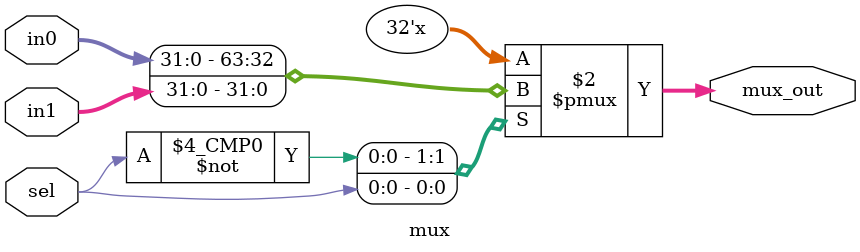
<source format=sv>
module mux(
    input logic [31:0] in0,
    input logic [31:0] in1,
    input logic sel,
    output logic [31:0] mux_out
);

always_comb begin
    case(sel)
        1'b0: mux_out = in0;
        1'b1: mux_out = in1;
        default: mux_out = 0;
    endcase
end
endmodule
</source>
